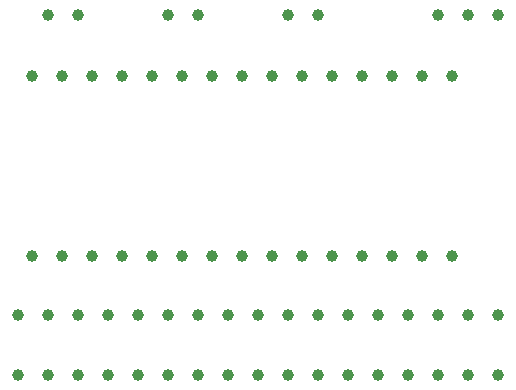
<source format=gbr>
%TF.GenerationSoftware,KiCad,Pcbnew,7.0.5*%
%TF.CreationDate,2026-01-03T12:16:55-08:00*%
%TF.ProjectId,ST-Noise,53542d4e-6f69-4736-952e-6b696361645f,rev?*%
%TF.SameCoordinates,Original*%
%TF.FileFunction,Plated,1,2,PTH,Drill*%
%TF.FilePolarity,Positive*%
%FSLAX46Y46*%
G04 Gerber Fmt 4.6, Leading zero omitted, Abs format (unit mm)*
G04 Created by KiCad (PCBNEW 7.0.5) date 2026-01-03 12:16:55*
%MOMM*%
%LPD*%
G01*
G04 APERTURE LIST*
%TA.AperFunction,ComponentDrill*%
%ADD10C,1.000000*%
%TD*%
G04 APERTURE END LIST*
D10*
%TO.C, *%
X109220000Y-71120000D03*
%TO.C,J1*%
X109220000Y-76200000D03*
%TO.C,A1*%
X110370000Y-50940000D03*
X110370000Y-66180000D03*
%TO.C,J2*%
X111760000Y-45720000D03*
%TO.C, *%
X111760000Y-71120000D03*
%TO.C,J1*%
X111760000Y-76200000D03*
%TO.C,A1*%
X112910000Y-50940000D03*
X112910000Y-66180000D03*
%TO.C,J2*%
X114300000Y-45720000D03*
%TO.C, *%
X114300000Y-71120000D03*
%TO.C,J1*%
X114300000Y-76200000D03*
%TO.C,A1*%
X115450000Y-50940000D03*
X115450000Y-66180000D03*
%TO.C, *%
X116840000Y-71120000D03*
%TO.C,J1*%
X116840000Y-76200000D03*
%TO.C,A1*%
X117990000Y-50940000D03*
X117990000Y-66180000D03*
%TO.C, *%
X119380000Y-71120000D03*
%TO.C,J1*%
X119380000Y-76200000D03*
%TO.C,A1*%
X120530000Y-50940000D03*
X120530000Y-66180000D03*
%TO.C,J3*%
X121920000Y-45720000D03*
%TO.C, *%
X121920000Y-71120000D03*
%TO.C,J1*%
X121920000Y-76200000D03*
%TO.C,A1*%
X123070000Y-50940000D03*
X123070000Y-66180000D03*
%TO.C,J3*%
X124460000Y-45720000D03*
%TO.C, *%
X124460000Y-71120000D03*
%TO.C,J1*%
X124460000Y-76200000D03*
%TO.C,A1*%
X125610000Y-50940000D03*
X125610000Y-66180000D03*
%TO.C, *%
X127000000Y-71120000D03*
%TO.C,J1*%
X127000000Y-76200000D03*
%TO.C,A1*%
X128150000Y-50940000D03*
X128150000Y-66180000D03*
%TO.C, *%
X129540000Y-71120000D03*
%TO.C,J1*%
X129540000Y-76200000D03*
%TO.C,A1*%
X130690000Y-50940000D03*
X130690000Y-66180000D03*
%TO.C,J4*%
X132080000Y-45720000D03*
%TO.C, *%
X132080000Y-71120000D03*
%TO.C,J1*%
X132080000Y-76200000D03*
%TO.C,A1*%
X133230000Y-50940000D03*
X133230000Y-66180000D03*
%TO.C,J4*%
X134620000Y-45720000D03*
%TO.C, *%
X134620000Y-71120000D03*
%TO.C,J1*%
X134620000Y-76200000D03*
%TO.C,A1*%
X135770000Y-50940000D03*
X135770000Y-66180000D03*
%TO.C, *%
X137160000Y-71120000D03*
%TO.C,J1*%
X137160000Y-76200000D03*
%TO.C,A1*%
X138310000Y-50940000D03*
X138310000Y-66180000D03*
%TO.C, *%
X139700000Y-71120000D03*
%TO.C,J1*%
X139700000Y-76200000D03*
%TO.C,A1*%
X140850000Y-50940000D03*
X140850000Y-66180000D03*
%TO.C, *%
X142240000Y-71120000D03*
%TO.C,J1*%
X142240000Y-76200000D03*
%TO.C,A1*%
X143390000Y-50940000D03*
X143390000Y-66180000D03*
%TO.C,JP1*%
X144780000Y-45720000D03*
%TO.C, *%
X144780000Y-71120000D03*
%TO.C,J1*%
X144780000Y-76200000D03*
%TO.C,A1*%
X145930000Y-50940000D03*
X145930000Y-66180000D03*
%TO.C,JP1*%
X147320000Y-45720000D03*
%TO.C, *%
X147320000Y-71120000D03*
%TO.C,J1*%
X147320000Y-76200000D03*
%TO.C,JP1*%
X149860000Y-45720000D03*
%TO.C, *%
X149860000Y-71120000D03*
%TO.C,J1*%
X149860000Y-76200000D03*
M02*

</source>
